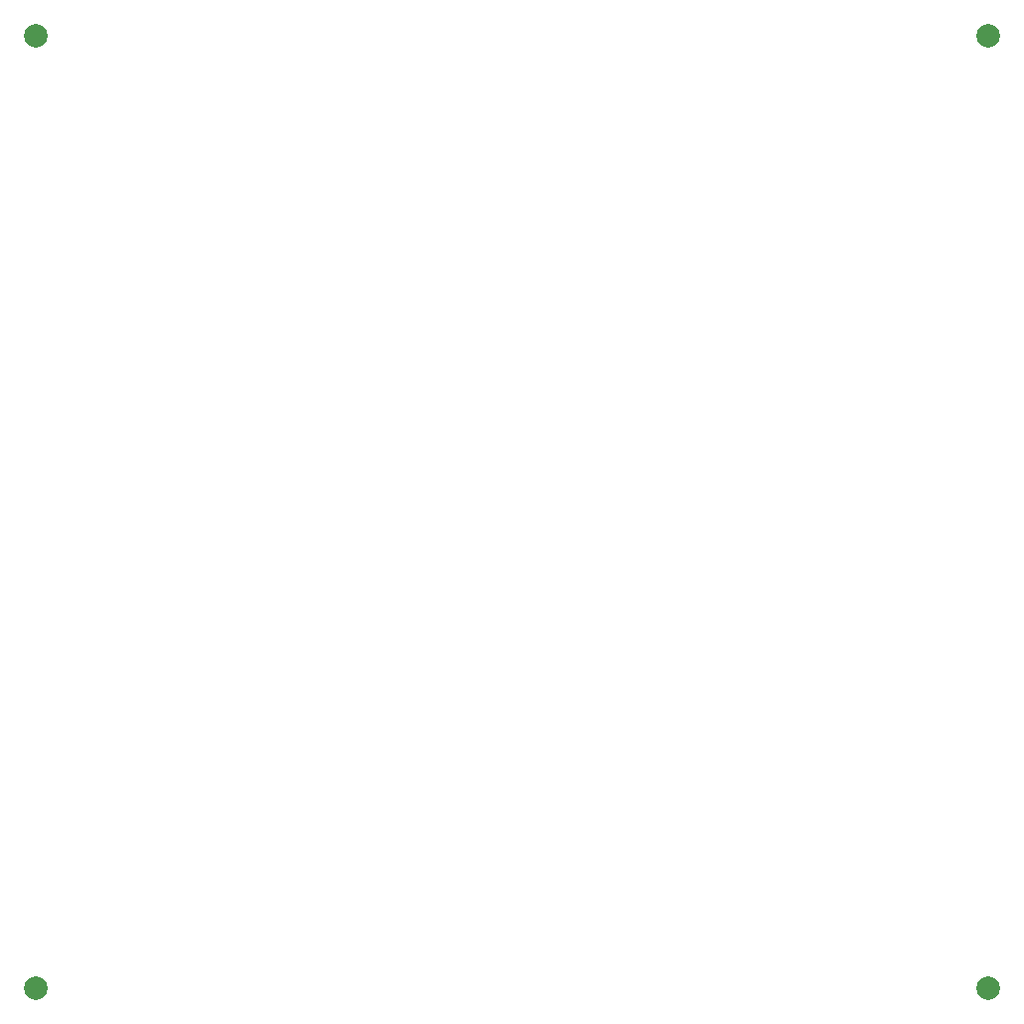
<source format=gbr>
%TF.GenerationSoftware,Altium Limited,Altium Designer,20.1.12 (249)*%
G04 Layer_Color=0*
%FSLAX26Y26*%
%MOIN*%
%TF.SameCoordinates,9A69000A-E238-45F2-933B-10B012A913B3*%
%TF.FilePolarity,Positive*%
%TF.FileFunction,Plated,1,2,PTH,Drill*%
%TF.Part,Single*%
G01*
G75*
%TA.AperFunction,OtherDrill,Pad Free-3 (176.969mil,3366.218mil)*%
%ADD14C,0.078740*%
%TA.AperFunction,OtherDrill,Pad Free-3 (176.969mil,177.242mil)*%
%ADD15C,0.078740*%
%TA.AperFunction,OtherDrill,Pad Free-3 (3365.945mil,3366.218mil)*%
%ADD16C,0.078740*%
%TA.AperFunction,OtherDrill,Pad Free-3 (3365.945mil,177.242mil)*%
%ADD17C,0.078740*%
D14*
X176969Y3366218D02*
D03*
D15*
Y177242D02*
D03*
D16*
X3365945Y3366218D02*
D03*
D17*
Y177242D02*
D03*
%TF.MD5,d9ba36411ca82dc75eb2e56ac1d306e4*%
M02*

</source>
